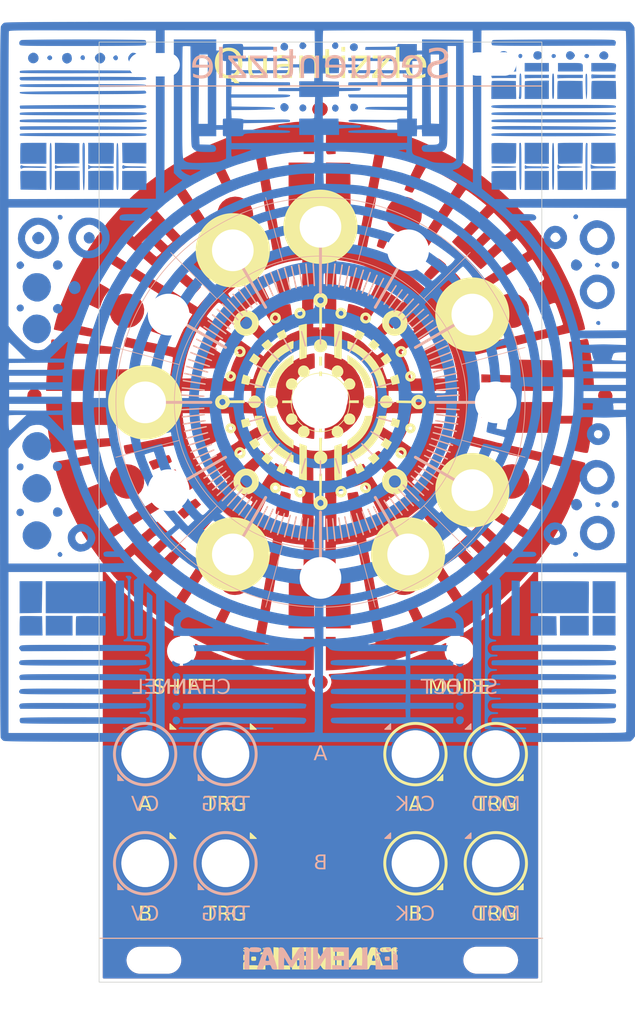
<source format=kicad_pcb>
(kicad_pcb (version 20241229) (generator "pcbnew") (generator_version "9.0")
  (layers (0 "F.Cu" signal) (2 "B.Cu" signal) (13 "F.Paste" user) (15 "B.Paste" user) (5 "F.SilkS" user "F.Silkscreen") (7 "B.SilkS" user "B.Silkscreen") (1 "F.Mask" user) (3 "B.Mask" user) (25 "Edge.Cuts" user))
  (net 0 "")
  (net 1 "GNDREF")
  (footprint "synth-gfx:jack-output" (layer "F.Cu") (at 93 138.08)
    (property "Reference" "J5" (hide yes))
    (property "Value" "Conn_01x01")
  )
  (footprint "synth-gfx:jack-input" (layer "F.Cu") (at 67 153)
    (property "Reference" "J3" (hide yes))
    (property "Value" "Conn_01x01")
  )
  (footprint "synth-gfx:7.2mm_pot-xs" (layer "F.Cu") (at 80 90)
    (property "Reference" "REF**" (hide yes))
    (property "Value" "7.2mm_pot-xs")
  )
  (footprint "synth-gfx:jack-output" (layer "F.Cu") (at 104 138.08)
    (property "Reference" "J6" (hide yes))
    (property "Value" "Conn_01x01")
  )
  (footprint "synth-gfx:Quntizzle-design" (layer "F.Cu") (at 80 90)
    (property "Reference" "REF**" (hide yes))
    (property "Value" "Quntizzle-design" (hide yes))
  )
  (footprint "synth-gfx:sw-ML6" (layer "F.Cu") (at 100.78461 102)
    (property "Reference" "REF**" (hide yes))
    (property "Value" "sw-ML6")
  )
  (footprint "synth-gfx:sw-ML6" (layer "F.Cu") (at 68 69.21539)
    (property "Reference" "REF**" (hide yes))
    (property "Value" "sw-ML6")
  )
  (footprint "" (layer "F.Cu") (at 57.2 166.25)
    (property "Reference" "")
    (property "Value" "")
  )
  (footprint "" (layer "F.Cu") (at 103.3 166.25)
    (property "Reference" "")
    (property "Value" "")
  )
  (footprint "synth-gfx:sw-ML6" (layer "F.Cu") (at 59.21539 78)
    (property "Reference" "REF**" (hide yes))
    (property "Value" "sw-ML6")
  )
  (footprint "synth-gfx:sw-ML6" (layer "F.Cu") (at 92 69.21539)
    (property "Reference" "REF**" (hide yes))
    (property "Value" "sw-ML6")
  )
  (footprint "synth-gfx:jack-input" (layer "F.Cu") (at 56 153)
    (property "Reference" "J4" (hide yes))
    (property "Value" "Conn_01x01")
  )
  (footprint "synth-gfx:mount" (layer "F.Cu") (at 57.25 43.85)
    (property "Reference" "REF**" (hide yes))
    (property "Value" "mount")
  )
  (footprint "synth-gfx:sw-ML6" (layer "F.Cu") (at 68 110.78461)
    (property "Reference" "REF**" (hide yes))
    (property "Value" "sw-ML6")
  )
  (footprint "synth-gfx:sw-ML6" (layer "F.Cu") (at 104 90)
    (property "Reference" "REF**" (hide yes))
    (property "Value" "sw-ML6")
  )
  (footprint "synth-gfx:sw-ML6" (layer "F.Cu") (at 80 114)
    (property "Reference" "REF**" (hide yes))
    (property "Value" "sw-ML6")
  )
  (footprint "synth-gfx:jack-input" (layer "F.Cu") (at 56 138.08)
    (property "Reference" "J1" (hide yes))
    (property "Value" "Conn_01x01")
  )
  (footprint "synth-gfx:quantize-design-3" (layer "F.Cu") (at 80 89)
    (property "Reference" "REF**" (hide yes))
    (property "Value" "quantize-design-3")
  )
  (footprint "" (layer "F.Cu") (at 103.3 43.75)
    (property "Reference" "")
    (property "Value" "")
  )
  (footprint "synth-gfx:jack-output" (layer "F.Cu") (at 104 153)
    (property "Reference" "J8" (hide yes))
    (property "Value" "Conn_01x01")
  )
  (footprint "" (layer "F.Cu") (at 99 124)
    (property "Reference" "")
    (property "Value" "")
  )
  (footprint "synth-gfx:sw-ML6" (layer "F.Cu") (at 80 66)
    (property "Reference" "REF**" (hide yes))
    (property "Value" "sw-ML6")
  )
  (footprint "synth-gfx:jack-input" (layer "F.Cu") (at 67 138.08)
    (property "Reference" "J2" (hide yes))
    (property "Value" "Conn_01x01")
  )
  (footprint "synth-gfx:sw-ML6" (layer "F.Cu") (at 92 110.78461)
    (property "Reference" "REF**" (hide yes))
    (property "Value" "sw-ML6")
  )
  (footprint "synth-gfx:sw-ML6" (layer "F.Cu") (at 56 90)
    (property "Reference" "REF**" (hide yes))
    (property "Value" "sw-ML6")
  )
  (footprint "synth-gfx:jack-output" (layer "F.Cu") (at 93 153)
    (property "Reference" "J7" (hide yes))
    (property "Value" "Conn_01x01")
  )
  (footprint "synth-gfx:sw-ML6" (layer "F.Cu") (at 59.21539 102)
    (property "Reference" "REF**" (hide yes))
    (property "Value" "sw-ML6")
  )
  (footprint "synth-gfx:sw-push-button_6mm" (layer "F.Cu") (at 61 124)
    (property "Reference" "REF**" (hide yes))
    (property "Value" "sw-push-button_6mm")
  )
  (footprint "synth-gfx:sw-ML6" (layer "F.Cu") (at 100.78461 78)
    (property "Reference" "REF**" (hide yes))
    (property "Value" "sw-ML6")
  )
  (footprint "Synth:lenimal_logo_full" (layer "F.Cu") (at 80 166)
    (property "Reference" "G***" (hide yes))
    (property "Value" "LOGO" (hide yes))
  )
  (footprint "synth-gfx:Untitled" (layer "B.Cu") (at 79.900001 103.229984)
    (property "Reference" "REF**" (hide yes))
    (property "Value" "Untitled")
  )
  (footprint "Synth:lenimal_logo_full" (layer "B.Cu") (at 80 166 180)
    (property "Reference" "G***" (hide yes))
    (property "Value" "LOGO" (hide yes))
  )
  (footprint "synth-gfx:jack-output" (layer "B.Cu") (at 56 153 180)
    (property "Reference" "J15" (hide yes))
    (property "Value" "Conn_01x01")
  )
  (footprint "synth-gfx:jack-output" (layer "B.Cu") (at 56 138.08 180)
    (property "Reference" "J14" (hide yes))
    (property "Value" "Conn_01x01")
  )
  (footprint "synth-gfx:jack-input" (layer "B.Cu") (at 93 153 180)
    (property "Reference" "J9" (hide yes))
    (property "Value" "Conn_01x01")
  )
  (footprint "synth-gfx:jack-input" (layer "B.Cu") (at 104 153 180)
    (property "Reference" "J11" (hide yes))
    (property "Value" "Conn_01x01")
  )
  (footprint "synth-gfx:jack-input" (layer "B.Cu") (at 104 138.08 180)
    (property "Reference" "J10" (hide yes))
    (property "Value" "Conn_01x01")
  )
  (footprint "synth-gfx:jack-output" (layer "B.Cu") (at 67 138.08 180)
    (property "Reference" "J13" (hide yes))
    (property "Value" "Conn_01x01")
  )
  (footprint "synth-gfx:jack-output" (layer "B.Cu") (at 67 153 180)
    (property "Reference" "J16" (hide yes))
    (property "Value" "Conn_01x01")
  )
  (footprint "synth-gfx:jack-input" (layer "B.Cu") (at 93 138.08 180)
    (property "Reference" "J12" (hide yes))
    (property "Value" "Conn_01x01")
  )
  (gr_circle (center 68 110.78461) (end 73 110.78461) (stroke (width 0.15)) (fill yes) (layer "F.SilkS"))
  (gr_circle (center 92 110.78461) (end 97 110.78461) (stroke (width 0.15)) (fill yes) (layer "F.SilkS"))
  (gr_circle (center 100.78461 78) (end 105.78461 78) (stroke (width 0.15)) (fill yes) (layer "F.SilkS"))
  (gr_circle (center 100.78461 102) (end 105.78461 102) (stroke (width 0.15)) (fill yes) (layer "F.SilkS"))
  (gr_line (start 49.7 46.75) (end 110.3 46.75) (stroke (width 0.15)) (layer "F.SilkS"))
  (gr_line (start 49.7 163.25) (end 110.3 163.25) (stroke (width 0.15)) (layer "F.SilkS"))
  (gr_circle (center 56 90) (end 61 90) (stroke (width 0.15)) (fill yes) (layer "F.SilkS"))
  (gr_circle (center 80 66) (end 85 66) (stroke (width 0.15)) (fill yes) (layer "F.SilkS"))
  (gr_circle (center 68 69.21539) (end 73 69.21539) (stroke (width 0.15)) (fill yes) (layer "F.SilkS"))
  (gr_line (start 71.339746 95) (end 73.071797 94) (stroke (width 0.2)) (layer "B.SilkS"))
  (gr_line (start 93.435029 103.435029) (end 91.313709 101.313709) (stroke (width 0.2)) (layer "B.SilkS"))
  (gr_line (start 86.808991 72.261972) (end 85.733887 75.062713) (stroke (width 0.2)) (layer "B.SilkS"))
  (gr_line (start 88.625819 106.929124) (end 87.263848 104.256104) (stroke (width 0.2)) (layer "B.SilkS"))
  (gr_line (start 72.928932 82.928932) (end 74.343146 84.343146) (stroke (width 0.2)) (layer "B.SilkS"))
  (gr_line (start 97.357364 82.272004) (end 94.616728 83.492214) (stroke (width 0.2)) (layer "B.SilkS"))
  (gr_line (start 62.642636 82.272004) (end 65.383272 83.492214) (stroke (width 0.2)) (layer "B.SilkS"))
  (gr_line (start 87.071068 97.071068) (end 85.656854 95.656854) (stroke (width 0.2)) (layer "B.SilkS"))
  (gr_line (start 70.340742 87.41181) (end 72.272594 87.929448) (stroke (width 0.2)) (layer "B.SilkS"))
  (gr_line (start 91 70.947441) (end 87.5 77.009619) (stroke (width 0.4)) (layer "B.SilkS"))
  (gr_line (start 96.454483 80.5) (end 93.856407 82) (stroke (width 0.2)) (layer "B.SilkS"))
  (gr_line (start 65.880248 102.713482) (end 68.109682 100.70609) (stroke (width 0.2)) (layer "B.SilkS"))
  (gr_line (start 89.5 106.454483) (end 88 103.856407) (stroke (width 0.2)) (layer "B.SilkS"))
  (gr_line (start 80 100) (end 80 98) (stroke (width 0.2)) (layer "B.SilkS"))
  (gr_line (start 61.104084 88.013959) (end 64.08765 88.327544) (stroke (width 0.2)) (layer "B.SilkS"))
  (gr_line (start 68.83208 105.371323) (end 70.595436 102.944272) (stroke (width 0.2)) (layer "B.SilkS"))
  (gr_line (start 64.065259 79.651858) (end 66.581271 81.285775) (stroke (width 0.2)) (layer "B.SilkS"))
  (gr_line (start 72.272004 107.357364) (end 73.492214 104.616728) (stroke (width 0.2)) (layer "B.SilkS"))
  (gr_line (start 98.352591 94.917562) (end 95.454814 94.141105) (stroke (width 0.2)) (layer "B.SilkS"))
  (gr_line (start 94.119752 77.286518) (end 91.890318 79.29391) (stroke (width 0.2)) (layer "B.SilkS"))
  (gr_line (start 97.738028 83.191009) (end 94.937287 84.266113) (stroke (width 0.2)) (layer "B.SilkS"))
  (gr_line (start 83.950322 108.584804) (end 83.326587 105.650361) (stroke (width 0.2)) (layer "B.SilkS"))
  (gr_line (start 98.070074 95.871323) (end 95.216904 94.944272) (stroke (width 0.2)) (layer "B.SilkS"))
  (gr_line (start 100.498711 110.495191) (end 94.152707 104.131557) (stroke (width 0.1)) (layer "B.SilkS"))
  (gr_line (start 102 90) (end 95 90) (stroke (width 0.4)) (layer "B.SilkS"))
  (gr_line (start 98.766078 87.027745) (end 95.803013 87.497048) (stroke (width 0.2)) (layer "B.SilkS"))
  (gr_line (start 64.628677 78.83208) (end 67.055728 80.595436) (stroke (width 0.2)) (layer "B.SilkS"))
  (gr_line (start 96.454483 99.5) (end 93.856407 98) (stroke (width 0.2)) (layer "B.SilkS"))
  (gr_line (start 73.191009 107.738028) (end 74.266113 104.937287) (stroke (width 0.2)) (layer "B.SilkS"))
  (gr_line (start 61.104084 91.986041) (end 64.08765 91.672456) (stroke (width 0.2)) (layer "B.SilkS"))
  (gr_line (start 58 90) (end 65 90) (stroke (width 0.4)) (layer "B.SilkS"))
  (gr_line (start 87.5 62) (end 85.161933 70.677618) (stroke (width 0.1)) (layer "B.SilkS"))
  (gr_line (start 90 90) (end 88 90) (stroke (width 0.2)) (layer "B.SilkS"))
  (gr_line (start 96.929124 98.625819) (end 94.256104 97.263848) (stroke (width 0.2)) (layer "B.SilkS"))
  (gr_circle (center 80 90) (end 100 90) (stroke (width 0.1)) (fill no) (layer "B.SilkS"))
  (gr_line (start 91.16792 74.628677) (end 89.404564 77.055728) (stroke (width 0.2)) (layer "B.SilkS"))
  (gr_line (start 72.495191 62.001289) (end 74.809175 70.68536) (stroke (width 0.1)) (layer "B.SilkS"))
  (gr_line (start 86.808991 107.738028) (end 85.733887 104.937287) (stroke (width 0.2)) (layer "B.SilkS"))
  (gr_line (start 79.005617 108.973961) (end 79.162625 105.978072) (stroke (width 0.2)) (layer "B.SilkS"))
  (gr_line (start 80.994383 71.026039) (end 80.837375 74.021928) (stroke (width 0.2)) (layer "B.SilkS"))
  (gr_line (start 82.972255 108.766078) (end 82.502952 105.803013) (stroke (width 0.2)) (layer "B.SilkS"))
  (gr_line (start 64.065259 100.348142) (end 66.581271 98.714225) (stroke (width 0.2)) (layer "B.SilkS"))
  (gr_line (start 66.564971 103.435029) (end 68.686291 101.313709) (stroke (width 0.2)) (layer "B.SilkS"))
  (gr_line (start 49.8 163.25) (end 110.4 163.25) (stroke (width 0.15)) (layer "B.SilkS"))
  (gr_line (start 68.042913 104.765773) (end 69.930874 102.434335) (stroke (width 0.2)) (layer "B.SilkS"))
  (gr_line (start 61.929926 84.128677) (end 64.783096 85.055728) (stroke (width 0.2)) (layer "B.SilkS"))
  (gr_line (start 88.660254 85) (end 86.928203 86) (stroke (width 0.2)) (layer "B.SilkS"))
  (gr_line (start 81.986041 71.104084) (end 81.672456 74.08765) (stroke (width 0.2)) (layer "B.SilkS"))
  (gr_line (start 84.917562 108.352591) (end 84.141105 105.454814) (stroke (width 0.2)) (layer "B.SilkS"))
  (gr_line (start 79.005617 71.026039) (end 79.162625 74.021928) (stroke (width 0.2)) (layer "B.SilkS"))
  (gr_line (start 87.504809 117.998711) (end 85.190825 109.31464) (stroke (width 0.1)) (layer "B.SilkS"))
  (gr_line (start 84.917562 71.647409) (end 84.141105 74.545186) (stroke (width 0.2)) (layer "B.SilkS"))
  (gr_line (start 73.191009 72.261972) (end 74.266113 75.062713) (stroke (width 0.2)) (layer "B.SilkS"))
  (gr_line (start 62.261972 96.808991) (end 65.062713 95.733887) (stroke (width 0.2)) (layer "B.SilkS"))
  (gr_line (start 94.765773 78.042913) (end 92.434335 79.930874) (stroke (width 0.2)) (layer "B.SilkS"))
  (gr_line (start 98.895916 91.986041) (end 95.91235 91.672456) (stroke (width 0.2)) (layer "B.SilkS"))
  (gr_line (start 82.972255 71.233922) (end 82.502952 74.196987) (stroke (width 0.2)) (layer "B.SilkS"))
  (gr_line (start 70.5 106.454483) (end 72 103.856407) (stroke (width 0.2)) (layer "B.SilkS"))
  (gr_line (start 94.765773 101.957087) (end 92.434335 100.069126) (stroke (width 0.2)) (layer "B.SilkS"))
  (gr_line (start 93.435029 76.564971) (end 91.313709 78.686291) (stroke (width 0.2)) (layer "B.SilkS"))
  (gr_line (start 69 109.052559) (end 72.5 102.990381) (stroke (width 0.4)) (layer "B.SilkS"))
  (gr_line (start 61.026039 90.994383) (end 64.021928 90.837375) (stroke (width 0.2)) (layer "B.SilkS"))
  (gr_line (start 61.233922 92.972255) (end 64.196987 92.502952) (stroke (width 0.2)) (layer "B.SilkS"))
  (gr_line (start 98.584804 86.049678) (end 95.650361 86.673413) (stroke (width 0.2)) (layer "B.SilkS"))
  (gr_line (start 83.950322 71.415196) (end 83.326587 74.349639) (stroke (width 0.2)) (layer "B.SilkS"))
  (gr_line (start 80 112) (end 80 105) (stroke (width 0.4)) (layer "B.SilkS"))
  (gr_line (start 91.957087 104.765773) (end 90.069126 102.434335) (stroke (width 0.2)) (layer "B.SilkS"))
  (gr_line (start 107.998711 82.495191) (end 99.31464 84.809175) (stroke (width 0.1)) (layer "B.SilkS"))
  (gr_line (start 68.042913 75.234227) (end 69.930874 77.565665) (stroke (width 0.2)) (layer "B.SilkS"))
  (gr_line (start 75.082438 71.647409) (end 75.858895 74.545186) (stroke (width 0.2)) (layer "B.SilkS"))
  (gr_line (start 95.934741 100.348142) (end 93.418729 98.714225) (stroke (width 0.2)) (layer "B.SilkS"))
  (gr_line (start 89.659258 87.41181) (end 87.727406 87.929448) (stroke (width 0.2)) (layer "B.SilkS"))
  (gr_line (start 61.415196 93.950322) (end 64.349639 93.326587) (stroke (width 0.2)) (layer "B.SilkS"))
  (gr_line (start 95.371323 78.83208) (end 92.944272 80.595436) (stroke (width 0.2)) (layer "B.SilkS"))
  (gr_line (start 63.545517 80.5) (end 66.143593 82) (stroke (width 0.2)) (layer "B.SilkS"))
  (gr_line (start 85 98.660254) (end 84 96.928203) (stroke (width 0.2)) (layer "B.SilkS"))
  (gr_line (start 91.957087 75.234227) (end 90.069126 77.565665) (stroke (width 0.2)) (layer "B.SilkS"))
  (gr_line (start 95.371323 101.16792) (end 92.944272 99.404564) (stroke (width 0.2)) (layer "B.SilkS"))
  (gr_line (start 78.013959 108.895916) (end 78.327544 105.91235) (stroke (width 0.2)) (layer "B.SilkS"))
  (gr_line (start 81.986041 108.895916) (end 81.672456 105.91235) (stroke (width 0.2)) (layer "B.SilkS"))
  (gr_line (start 91 109.052559) (end 87.5 102.990381) (stroke (width 0.4)) (layer "B.SilkS"))
  (gr_line (start 85.871323 71.929926) (end 84.944272 74.783096) (stroke (width 0.2)) (layer "B.SilkS"))
  (gr_line (start 63.070876 81.374181) (end 65.743896 82.736152) (stroke (width 0.2)) (layer "B.SilkS"))
  (gr_line (start 49.7 46.75) (end 110.3 46.75) (stroke (width 0.15)) (layer "B.SilkS"))
  (gr_line (start 89.5 73.545517) (end 88 76.143593) (stroke (width 0.2)) (layer "B.SilkS"))
  (gr_line (start 75.082438 108.352591) (end 75.858895 105.454814) (stroke (width 0.2)) (layer "B.SilkS"))
  (gr_line (start 98.584804 93.950322) (end 95.650361 93.326587) (stroke (width 0.2)) (layer "B.SilkS"))
  (gr_line (start 99.052559 101) (end 92.990381 97.5) (stroke (width 0.4)) (layer "B.SilkS"))
  (gr_line (start 70.5 73.545517) (end 72 76.143593) (stroke (width 0.2)) (layer "B.SilkS"))
  (gr_line (start 65.234227 101.957087) (end 67.565665 100.069126) (stroke (width 0.2)) (layer "B.SilkS"))
  (gr_line (start 96.929124 81.374181) (end 94.256104 82.736152) (stroke (width 0.2)) (layer "B.SilkS"))
  (gr_line (start 60.947441 79) (end 67.009619 82.5) (stroke (width 0.4)) (layer "B.SilkS"))
  (gr_line (start 100.495191 69.501289) (end 94.131557 75.847293) (stroke (width 0.1)) (layer "B.SilkS"))
  (gr_line (start 61.233922 87.027745) (end 64.196987 87.497048) (stroke (width 0.2)) (layer "B.SilkS"))
  (gr_line (start 77.027745 71.233922) (end 77.497048 74.196987) (stroke (width 0.2)) (layer "B.SilkS"))
  (gr_line (start 98.973961 89.005617) (end 95.978072 89.162625) (stroke (width 0.2)) (layer "B.SilkS"))
  (gr_line (start 77.41181 99.659258) (end 77.929448 97.727406) (stroke (width 0.2)) (layer "B.SilkS"))
  (gr_line (start 67.286518 104.119752) (end 69.29391 101.890318) (stroke (width 0.2)) (layer "B.SilkS"))
  (gr_line (start 87.071068 82.928932) (end 85.656854 84.343146) (stroke (width 0.2)) (layer "B.SilkS"))
  (gr_line (start 52.001289 97.504809) (end 60.68536 95.190825) (stroke (width 0.1)) (layer "B.SilkS"))
  (gr_line (start 80 68) (end 80 75) (stroke (width 0.4)) (layer "B.SilkS"))
  (gr_line (start 63.070876 98.625819) (end 65.743896 97.263848) (stroke (width 0.2)) (layer "B.SilkS"))
  (gr_line (start 72.272004 72.642636) (end 73.492214 75.383272) (stroke (width 0.2)) (layer "B.SilkS"))
  (gr_line (start 82.58819 80.340742) (end 82.070552 82.272594) (stroke (width 0.2)) (layer "B.SilkS"))
  (gr_line (start 80 80) (end 80 82) (stroke (width 0.2)) (layer "B.SilkS"))
  (gr_line (start 74.128677 71.929926) (end 75.055728 74.783096) (stroke (width 0.2)) (layer "B.SilkS"))
  (gr_line (start 61 90) (end 64 90) (stroke (width 0.2)) (layer "B.SilkS"))
  (gr_line (start 97.738028 96.808991) (end 94.937287 95.733887) (stroke (width 0.2)) (layer "B.SilkS"))
  (gr_line (start 80.994383 108.973961) (end 80.837375 105.978072) (stroke (width 0.2)) (layer "B.SilkS"))
  (gr_line (start 62.261972 83.191009) (end 65.062713 84.266113) (stroke (width 0.2)) (layer "B.SilkS"))
  (gr_line (start 71.339746 85) (end 73.071797 86) (stroke (width 0.2)) (layer "B.SilkS"))
  (gr_line (start 68.83208 74.628677) (end 70.595436 77.055728) (stroke (width 0.2)) (layer "B.SilkS"))
  (gr_line (start 98.895916 88.013959) (end 95.91235 88.327544) (stroke (width 0.2)) (layer "B.SilkS"))
  (gr_line (start 87.727996 72.642636) (end 86.507786 75.383272) (stroke (width 0.2)) (layer "B.SilkS"))
  (gr_line (start 61.415196 86.049678) (end 64.349639 86.673413) (stroke (width 0.2)) (layer "B.SilkS"))
  (gr_line (start 90.348142 105.934741) (end 88.714225 103.418729) (stroke (width 0.2)) (layer "B.SilkS"))
  (gr_line (start 59.501289 69.504809) (end 65.847293 75.868443) (stroke (width 0.1)) (layer "B.SilkS"))
  (gr_line (start 71.374181 73.070876) (end 72.736152 75.743896) (stroke (width 0.2)) (layer "B.SilkS"))
  (gr_line (start 61.929926 95.871323) (end 64.783096 94.944272) (stroke (width 0.2)) (layer "B.SilkS"))
  (gr_line (start 75 81.339746) (end 76 83.071797) (stroke (width 0.2)) (layer "B.SilkS"))
  (gr_line (start 98.352591 85.082438) (end 95.454814 85.858895) (stroke (width 0.2)) (layer "B.SilkS"))
  (gr_line (start 74.128677 108.070074) (end 75.055728 105.216904) (stroke (width 0.2)) (layer "B.SilkS"))
  (gr_line (start 66.564971 76.564971) (end 68.686291 78.686291) (stroke (width 0.2)) (layer "B.SilkS"))
  (gr_line (start 90.348142 74.065259) (end 88.714225 76.581271) (stroke (width 0.2)) (layer "B.SilkS"))
  (gr_line (start 61.026039 89.005617) (end 64.021928 89.162625) (stroke (width 0.2)) (layer "B.SilkS"))
  (gr_line (start 61.647409 94.917562) (end 64.545186 94.141105) (stroke (width 0.2)) (layer "B.SilkS"))
  (gr_line (start 70 90) (end 72 90) (stroke (width 0.2)) (layer "B.SilkS"))
  (gr_line (start 89.659258 92.58819) (end 87.727406 92.070552) (stroke (width 0.2)) (layer "B.SilkS"))
  (gr_line (start 85.871323 108.070074) (end 84.944272 105.216904) (stroke (width 0.2)) (layer "B.SilkS"))
  (gr_line (start 65.880248 77.286518) (end 68.109682 79.29391) (stroke (width 0.2)) (layer "B.SilkS"))
  (gr_line (start 65.234227 78.042913) (end 67.565665 79.930874) (stroke (width 0.2)) (layer "B.SilkS"))
  (gr_line (start 76.049678 108.584804) (end 76.673413 105.650361) (stroke (width 0.2)) (layer "B.SilkS"))
  (gr_line (start 76.049678 71.415196) (end 76.673413 74.349639) (stroke (width 0.2)) (layer "B.SilkS"))
  (gr_line (start 72.928932 97.071068) (end 74.343146 95.656854) (stroke (width 0.2)) (layer "B.SilkS"))
  (gr_line (start 59.504809 110.498711) (end 65.868443 104.152707) (stroke (width 0.1)) (layer "B.SilkS"))
  (gr_line (start 78.013959 71.104084) (end 78.327544 74.08765) (stroke (width 0.2)) (layer "B.SilkS"))
  (gr_line (start 88.625819 73.070876) (end 87.263848 75.743896) (stroke (width 0.2)) (layer "B.SilkS"))
  (gr_line (start 67.286518 75.880248) (end 69.29391 78.109682) (stroke (width 0.2)) (layer "B.SilkS"))
  (gr_line (start 69.651858 105.934741) (end 71.285775 103.418729) (stroke (width 0.2)) (layer "B.SilkS"))
  (gr_line (start 62.642636 97.727996) (end 65.383272 96.507786) (stroke (width 0.2)) (layer "B.SilkS"))
  (gr_line (start 91.16792 105.371323) (end 89.404564 102.944272) (stroke (width 0.2)) (layer "B.SilkS"))
  (gr_line (start 97.357364 97.727996) (end 94.616728 96.507786) (stroke (width 0.2)) (layer "B.SilkS"))
  (gr_line (start 61.647409 85.082438) (end 64.545186 85.858895) (stroke (width 0.2)) (layer "B.SilkS"))
  (gr_line (start 82.58819 99.659258) (end 82.070552 97.727406) (stroke (width 0.2)) (layer "B.SilkS"))
  (gr_line (start 88.660254 95) (end 86.928203 94) (stroke (width 0.2)) (layer "B.SilkS"))
  (gr_line (start 99.052559 79) (end 92.990381 82.5) (stroke (width 0.4)) (layer "B.SilkS"))
  (gr_line (start 99 90) (end 96 90) (stroke (width 0.2)) (layer "B.SilkS"))
  (gr_line (start 60.947441 101) (end 67.009619 97.5) (stroke (width 0.4)) (layer "B.SilkS"))
  (gr_line (start 94.119752 102.713482) (end 91.890318 100.70609) (stroke (width 0.2)) (layer "B.SilkS"))
  (gr_line (start 75 98.660254) (end 76 96.928203) (stroke (width 0.2)) (layer "B.SilkS"))
  (gr_line (start 98.973961 90.994383) (end 95.978072 90.837375) (stroke (width 0.2)) (layer "B.SilkS"))
  (gr_line (start 72.5 118) (end 74.838067 109.322382) (stroke (width 0.1)) (layer "B.SilkS"))
  (gr_line (start 95.934741 79.651858) (end 93.418729 81.285775) (stroke (width 0.2)) (layer "B.SilkS"))
  (gr_line (start 85 81.339746) (end 84 83.071797) (stroke (width 0.2)) (layer "B.SilkS"))
  (gr_line (start 92.713482 75.880248) (end 90.70609 78.109682) (stroke (width 0.2)) (layer "B.SilkS"))
  (gr_line (start 98.766078 92.972255) (end 95.803013 92.502952) (stroke (width 0.2)) (layer "B.SilkS"))
  (gr_line (start 69 70.947441) (end 72.5 77.009619) (stroke (width 0.4)) (layer "B.SilkS"))
  (gr_line (start 98.070074 84.128677) (end 95.216904 85.055728) (stroke (width 0.2)) (layer "B.SilkS"))
  (gr_line (start 69.651858 74.065259) (end 71.285775 76.581271) (stroke (width 0.2)) (layer "B.SilkS"))
  (gr_line (start 52 82.5) (end 60.677618 84.838067) (stroke (width 0.1)) (layer "B.SilkS"))
  (gr_line (start 77.027745 108.766078) (end 77.497048 105.803013) (stroke (width 0.2)) (layer "B.SilkS"))
  (gr_line (start 108 97.5) (end 99.322382 95.161933) (stroke (width 0.1)) (layer "B.SilkS"))
  (gr_line (start 64.628677 101.16792) (end 67.055728 99.404564) (stroke (width 0.2)) (layer "B.SilkS"))
  (gr_line (start 71.374181 106.929124) (end 72.736152 104.256104) (stroke (width 0.2)) (layer "B.SilkS"))
  (gr_circle (center 80 90) (end 108 90) (stroke (width 0.1)) (fill no) (layer "B.SilkS"))
  (gr_line (start 80 109) (end 80 106) (stroke (width 0.2)) (layer "B.SilkS"))
  (gr_line (start 77.41181 80.340742) (end 77.929448 82.272594) (stroke (width 0.2)) (layer "B.SilkS"))
  (gr_line (start 80 71) (end 80 74) (stroke (width 0.2)) (layer "B.SilkS"))
  (gr_line (start 92.713482 104.119752) (end 90.70609 101.890318) (stroke (width 0.2)) (layer "B.SilkS"))
  (gr_line (start 87.727996 107.357364) (end 86.507786 104.616728) (stroke (width 0.2)) (layer "B.SilkS"))
  (gr_line (start 70.340742 92.58819) (end 72.272594 92.070552) (stroke (width 0.2)) (layer "B.SilkS"))
  (gr_rect (start 49.7 40.75) (end 110.3 169.25) (stroke (width 0.1)) (fill no) (layer "Edge.Cuts"))
  (gr_text "B" (at 93 160 0) (layer "F.SilkS") (effects (font (size 2 2))))
  (gr_text "SHIFT" (at 61 129 0) (layer "F.SilkS") (effects (font (size 2 2))))
  (gr_text "Quantizzle" (at 80 44 0) (layer "F.SilkS") (effects (font (size 4 4))))
  (gr_text "A" (at 93 145 0) (layer "F.SilkS") (effects (font (size 2 2))))
  (gr_text "A" (at 56 145 0) (layer "F.SilkS") (effects (font (size 2 2))))
  (gr_text "B" (at 56 160 0) (layer "F.SilkS") (effects (font (size 2 2))))
  (gr_text "TRG" (at 104 145 0) (layer "F.SilkS") (effects (font (size 2 2))))
  (gr_text "TRG" (at 67 160 0) (layer "F.SilkS") (effects (font (size 2 2))))
  (gr_text "TRG" (at 104 160 0) (layer "F.SilkS") (effects (font (size 2 2))))
  (gr_text "TRG" (at 67 145 0) (layer "F.SilkS") (effects (font (size 2 2))))
  (gr_text "MODE" (at 99 129 0) (layer "F.SilkS") (effects (font (size 2 2))))
  (gr_text "B" (at 80 153 0) (layer "B.SilkS") (effects (font (size 2 2)) (justify mirror)))
  (gr_text "SELECT" (at 99 129 0) (layer "B.SilkS") (effects (font (size 2 2)) (justify mirror)))
  (gr_text "MOD" (at 104 145 0) (layer "B.SilkS") (effects (font (size 2 2)) (justify mirror)))
  (gr_text "TRIG" (at 67 145 0) (layer "B.SilkS") (effects (font (size 2 2)) (justify mirror)))
  (gr_text "Sequentizzle" (at 80 44 0) (layer "B.SilkS") (effects (font (size 4 4)) (justify mirror)))
  (gr_text "CLK" (at 93 145 0) (layer "B.SilkS") (effects (font (size 2 2)) (justify mirror)))
  (gr_text "A" (at 80 138.08 0) (layer "B.SilkS") (effects (font (size 2 2)) (justify mirror)))
  (gr_text "TRIG" (at 67 160 0) (layer "B.SilkS") (effects (font (size 2 2)) (justify mirror)))
  (gr_text "CLK" (at 93 160 0) (layer "B.SilkS") (effects (font (size 2 2)) (justify mirror)))
  (gr_text "CV" (at 56 145 0) (layer "B.SilkS") (effects (font (size 2 2)) (justify mirror)))
  (gr_text "MOD" (at 104 160 0) (layer "B.SilkS") (effects (font (size 2 2)) (justify mirror)))
  (gr_text "CV" (at 56 160 0) (layer "B.SilkS") (effects (font (size 2 2)) (justify mirror)))
  (gr_text "CHANNEL" (at 61 129 0) (layer "B.SilkS") (effects (font (size 2 2)) (justify mirror)))
  (zone (net 1) (net_name "GNDREF") (layers "F.Cu" "B.Cu") (connect_pads (clearance 0.5)) (min_thickness 0.25) (fill yes (thermal_gap 0.5) (thermal_bridge_width 0.5))
    (polygon (pts (xy 45 35) (xy 115 35) (xy 115 175) (xy 45 175)))
  )
)
</source>
